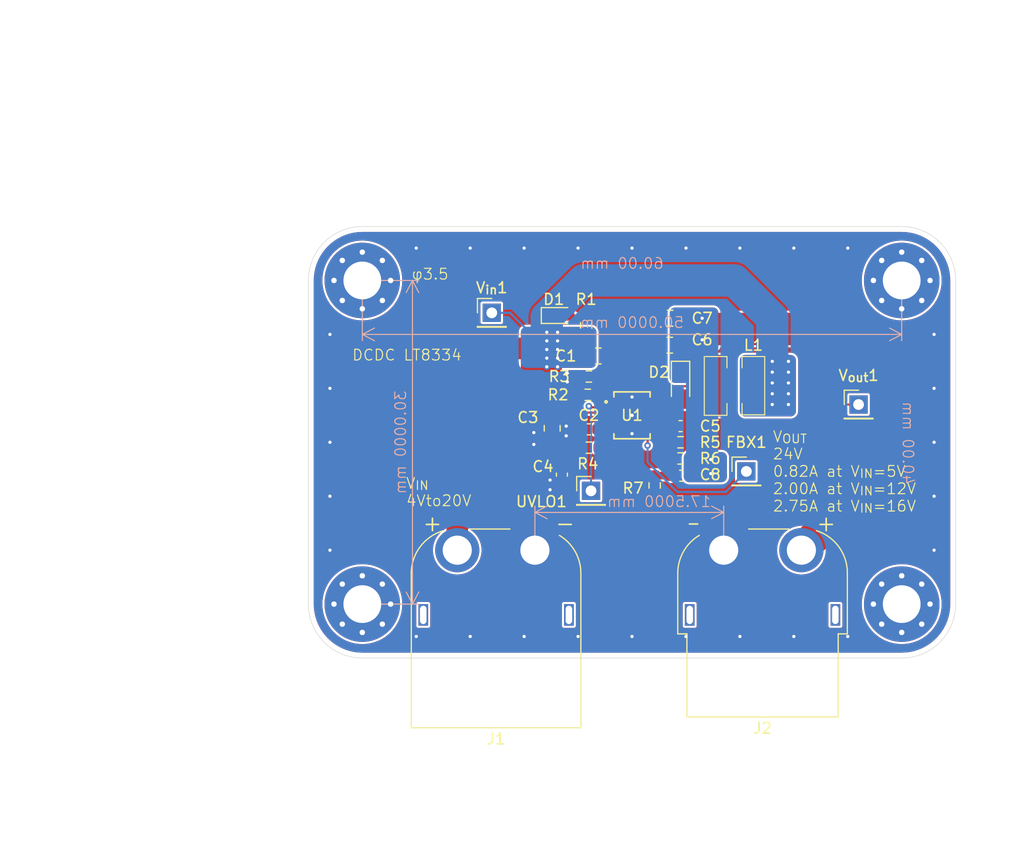
<source format=kicad_pcb>
(kicad_pcb (version 20240108) (generator "pcbnew") (generator_version "8.0")
  (layers (0 "F.Cu" signal) (31 "B.Cu" signal) (34 "B.Paste" user) (35 "F.Paste" user) (36 "B.SilkS" user "B.Silkscreen") (37 "F.SilkS" user "F.Silkscreen") (38 "B.Mask" user) (39 "F.Mask" user) (44 "Edge.Cuts" user))
  (net 0 "")
  (net 1 "Net-(D2-A)")
  (net 2 "Net-(D2-K)")
  (net 3 "GNDPWR")
  (net 4 "Net-(U1-SS)")
  (net 6 "Net-(U1-VC)")
  (net 7 "Net-(U1-RT)")
  (net 8 "Net-(U1-FBX)")
  (net 9 "Net-(U1-INTVCC)")
  (net 10 "Net-(D1-A)")
  (net 11 "Net-(C4-Pad1)")
  (net 12 "Net-(U1-EN{slash}UVLO)")
  (net 13 "Net-(J1-Pin_2)")
  (footprint "MountingHole:MountingHole_3.5mm_Pad_Via" (layer "F.Cu") (at 155 105)
    (property "Reference" "REF**" (hide yes))
    (property "Value" "MountingHole_3.5mm_Pad_Via")
    (pad "1" thru_hole circle (at -2.625 0) (size 0.8 0.8) (drill 0.5) (layers "*.Cu" "*.Mask"))
    (pad "1" thru_hole circle (at -1.856155 -1.856155) (size 0.8 0.8) (drill 0.5) (layers "*.Cu" "*.Mask"))
    (pad "1" thru_hole circle (at -1.856155 1.856155) (size 0.8 0.8) (drill 0.5) (layers "*.Cu" "*.Mask"))
    (pad "1" thru_hole circle (at 0 -2.625) (size 0.8 0.8) (drill 0.5) (layers "*.Cu" "*.Mask"))
    (pad "1" thru_hole circle (at 0 0) (size 7 7) (drill 3.5) (layers "*.Cu" "*.Mask"))
    (pad "1" thru_hole circle (at 0 2.625) (size 0.8 0.8) (drill 0.5) (layers "*.Cu" "*.Mask"))
    (pad "1" thru_hole circle (at 1.856155 -1.856155) (size 0.8 0.8) (drill 0.5) (layers "*.Cu" "*.Mask"))
    (pad "1" thru_hole circle (at 1.856155 1.856155) (size 0.8 0.8) (drill 0.5) (layers "*.Cu" "*.Mask"))
    (pad "1" thru_hole circle (at 2.625 0) (size 0.8 0.8) (drill 0.5) (layers "*.Cu" "*.Mask"))
  )
  (footprint "MountingHole:MountingHole_3.5mm_Pad_Via" (layer "F.Cu") (at 105 105)
    (property "Reference" "REF**" (hide yes))
    (property "Value" "MountingHole_3.5mm_Pad_Via")
    (pad "1" thru_hole circle (at -2.625 0) (size 0.8 0.8) (drill 0.5) (layers "*.Cu" "*.Mask"))
    (pad "1" thru_hole circle (at -1.856155 -1.856155) (size 0.8 0.8) (drill 0.5) (layers "*.Cu" "*.Mask"))
    (pad "1" thru_hole circle (at -1.856155 1.856155) (size 0.8 0.8) (drill 0.5) (layers "*.Cu" "*.Mask"))
    (pad "1" thru_hole circle (at 0 -2.625) (size 0.8 0.8) (drill 0.5) (layers "*.Cu" "*.Mask"))
    (pad "1" thru_hole circle (at 0 0) (size 7 7) (drill 3.5) (layers "*.Cu" "*.Mask"))
    (pad "1" thru_hole circle (at 0 2.625) (size 0.8 0.8) (drill 0.5) (layers "*.Cu" "*.Mask"))
    (pad "1" thru_hole circle (at 1.856155 -1.856155) (size 0.8 0.8) (drill 0.5) (layers "*.Cu" "*.Mask"))
    (pad "1" thru_hole circle (at 1.856155 1.856155) (size 0.8 0.8) (drill 0.5) (layers "*.Cu" "*.Mask"))
    (pad "1" thru_hole circle (at 2.625 0) (size 0.8 0.8) (drill 0.5) (layers "*.Cu" "*.Mask"))
  )
  (footprint "Resistor_SMD:R_0603_1608Metric_Pad0.98x0.95mm_HandSolder" (layer "F.Cu") (at 134.5 120)
    (property "Reference" "R5" (at 2.75 0 0) (layer "F.SilkS"))
    (property "Value" "20k")
    (fp_line (start -0.254724 -0.5225) (end 0.254724 -0.5225) (stroke (width 0.12)) (layer "F.SilkS"))
    (fp_line (start -0.254724 0.5225) (end 0.254724 0.5225) (stroke (width 0.12)) (layer "F.SilkS"))
    (pad "1" smd roundrect (at -0.9125 0) (size 0.975 0.95) (layers "F.Cu" "F.Paste" "F.Mask") (net 7 "Net-(U1-RT)"))
    (pad "2" smd roundrect (at 0.9125 0) (size 0.975 0.95) (layers "F.Cu" "F.Paste" "F.Mask") (net 3 "GNDPWR"))
  )
  (footprint "Capacitor_SMD:C_0603_1608Metric_Pad1.08x0.95mm_HandSolder" (layer "F.Cu") (at 123.5 123 -90)
    (property "Reference" "C4" (at -0.75 1.75 0) (layer "F.SilkS"))
    (property "Value" "1000p")
    (fp_line (start -0.146267 0.51) (end 0.146267 0.51) (stroke (width 0.12)) (layer "F.SilkS"))
    (fp_line (start -0.146267 -0.51) (end 0.146267 -0.51) (stroke (width 0.12)) (layer "F.SilkS"))
    (pad "1" smd roundrect (at -0.8625 0 270) (size 1.075 0.95) (layers "F.Cu" "F.Paste" "F.Mask") (net 11 "Net-(C4-Pad1)"))
    (pad "2" smd roundrect (at 0.8625 0 270) (size 1.075 0.95) (layers "F.Cu" "F.Paste" "F.Mask") (net 3 "GNDPWR"))
  )
  (footprint "Capacitor_SMD:C_0805_2012Metric_Pad1.18x1.45mm_HandSolder" (layer "F.Cu") (at 122.6 118.7 -90)
    (property "Reference" "C3" (at -1 2.25 0) (layer "F.SilkS"))
    (property "Value" "10u")
    (fp_line (start -0.261252 0.735) (end 0.261252 0.735) (stroke (width 0.12)) (layer "F.SilkS"))
    (fp_line (start -0.261252 -0.735) (end 0.261252 -0.735) (stroke (width 0.12)) (layer "F.SilkS"))
    (pad "1" smd roundrect (at -1.0375 0 270) (size 1.175 1.45) (layers "F.Cu" "F.Paste" "F.Mask") (roundrect_rratio 0.212766) (net 13 "Net-(J1-Pin_2)"))
    (pad "2" smd roundrect (at 1.0375 0 270) (size 1.175 1.45) (layers "F.Cu" "F.Paste" "F.Mask") (roundrect_rratio 0.212766) (net 3 "GNDPWR"))
  )
  (footprint "Capacitor_SMD:C_0805_2012Metric_Pad1.18x1.45mm_HandSolder" (layer "F.Cu") (at 126.875 112)
    (property "Reference" "C1" (at -3 0 0) (layer "F.SilkS"))
    (property "Value" "10u")
    (fp_line (start -0.261252 -0.735) (end 0.261252 -0.735) (stroke (width 0.12)) (layer "F.SilkS"))
    (fp_line (start -0.261252 0.735) (end 0.261252 0.735) (stroke (width 0.12)) (layer "F.SilkS"))
    (pad "1" smd roundrect (at -1.0375 0) (size 1.175 1.45) (layers "F.Cu" "F.Paste" "F.Mask") (roundrect_rratio 0.212766) (net 13 "Net-(J1-Pin_2)"))
    (pad "2" smd roundrect (at 1.0375 0) (size 1.175 1.45) (layers "F.Cu" "F.Paste" "F.Mask") (roundrect_rratio 0.212766) (net 3 "GNDPWR"))
  )
  (footprint "Resistor_SMD:R_0603_1608Metric_Pad0.98x0.95mm_HandSolder" (layer "F.Cu") (at 126 113.9)
    (property "Reference" "R3" (at -2.75 0 0) (layer "F.SilkS"))
    (property "Value" "float")
    (fp_line (start -0.254724 -0.5225) (end 0.254724 -0.5225) (stroke (width 0.12)) (layer "F.SilkS"))
    (fp_line (start -0.254724 0.5225) (end 0.254724 0.5225) (stroke (width 0.12)) (layer "F.SilkS"))
    (pad "1" smd roundrect (at -0.9125 0) (size 0.975 0.95) (layers "F.Cu" "F.Paste" "F.Mask") (net 3 "GNDPWR"))
    (pad "2" smd roundrect (at 0.9125 0) (size 0.975 0.95) (layers "F.Cu" "F.Paste" "F.Mask") (net 12 "Net-(U1-EN{slash}UVLO)"))
  )
  (footprint "Connector_PinHeader_2.54mm:PinHeader_1x01_P2.54mm_Vertical" (layer "F.Cu") (at 151 116.5)
    (property "Reference" "V_{out}1" (at 0 -2.7 0) (layer "F.SilkS"))
    (property "Value" "V_{out}")
    (fp_line (start -1.33 -1.33) (end 0 -1.33) (stroke (width 0.12)) (layer "F.SilkS"))
    (fp_line (start -1.33 0) (end -1.33 -1.33) (stroke (width 0.12)) (layer "F.SilkS"))
    (fp_line (start -1.33 1.27) (end -1.33 1.33) (stroke (width 0.12)) (layer "F.SilkS"))
    (fp_line (start -1.33 1.27) (end 1.33 1.27) (stroke (width 0.12)) (layer "F.SilkS"))
    (fp_line (start -1.33 1.33) (end 1.33 1.33) (stroke (width 0.12)) (layer "F.SilkS"))
    (fp_line (start 1.33 1.27) (end 1.33 1.33) (stroke (width 0.12)) (layer "F.SilkS"))
    (pad "1" thru_hole rect (at 0 0) (size 1.7 1.7) (drill 1) (layers "*.Cu" "*.Mask") (net 2 "Net-(D2-K)"))
  )
  (footprint "MountingHole:MountingHole_3.5mm_Pad_Via" (layer "F.Cu") (at 155 135)
    (property "Reference" "REF**" (hide yes))
    (property "Value" "MountingHole_3.5mm_Pad_Via")
    (pad "1" thru_hole circle (at -2.625 0) (size 0.8 0.8) (drill 0.5) (layers "*.Cu" "*.Mask"))
    (pad "1" thru_hole circle (at -1.856155 -1.856155) (size 0.8 0.8) (drill 0.5) (layers "*.Cu" "*.Mask"))
    (pad "1" thru_hole circle (at -1.856155 1.856155) (size 0.8 0.8) (drill 0.5) (layers "*.Cu" "*.Mask"))
    (pad "1" thru_hole circle (at 0 -2.625) (size 0.8 0.8) (drill 0.5) (layers "*.Cu" "*.Mask"))
    (pad "1" thru_hole circle (at 0 0) (size 7 7) (drill 3.5) (layers "*.Cu" "*.Mask"))
    (pad "1" thru_hole circle (at 0 2.625) (size 0.8 0.8) (drill 0.5) (layers "*.Cu" "*.Mask"))
    (pad "1" thru_hole circle (at 1.856155 -1.856155) (size 0.8 0.8) (drill 0.5) (layers "*.Cu" "*.Mask"))
    (pad "1" thru_hole circle (at 1.856155 1.856155) (size 0.8 0.8) (drill 0.5) (layers "*.Cu" "*.Mask"))
    (pad "1" thru_hole circle (at 2.625 0) (size 0.8 0.8) (drill 0.5) (layers "*.Cu" "*.Mask"))
  )
  (footprint "Capacitor_SMD:C_0603_1608Metric_Pad1.08x0.95mm_HandSolder" (layer "F.Cu") (at 134.5625 123.1)
    (property "Reference" "C8" (at 2.6875 -0.1 0) (layer "F.SilkS"))
    (property "Value" "0.1u")
    (fp_line (start -0.146267 -0.51) (end 0.146267 -0.51) (stroke (width 0.12)) (layer "F.SilkS"))
    (fp_line (start -0.146267 0.51) (end 0.146267 0.51) (stroke (width 0.12)) (layer "F.SilkS"))
    (pad "1" smd roundrect (at -0.8625 0) (size 1.075 0.95) (layers "F.Cu" "F.Paste" "F.Mask") (net 8 "Net-(U1-FBX)"))
    (pad "2" smd roundrect (at 0.8625 0) (size 1.075 0.95) (layers "F.Cu" "F.Paste" "F.Mask") (net 2 "Net-(D2-K)"))
  )
  (footprint "Capacitor_SMD:C_0603_1608Metric_Pad1.08x0.95mm_HandSolder" (layer "F.Cu") (at 126 118.8 180)
    (property "Reference" "C2" (at 0 1.3 0) (layer "F.SilkS"))
    (property "Value" "1u")
    (fp_line (start -0.146267 0.51) (end 0.146267 0.51) (stroke (width 0.12)) (layer "F.SilkS"))
    (fp_line (start -0.146267 -0.51) (end 0.146267 -0.51) (stroke (width 0.12)) (layer "F.SilkS"))
    (pad "1" smd roundrect (at -0.8625 0 180) (size 1.075 0.95) (layers "F.Cu" "F.Paste" "F.Mask") (net 9 "Net-(U1-INTVCC)"))
    (pad "2" smd roundrect (at 0.8625 0 180) (size 1.075 0.95) (layers "F.Cu" "F.Paste" "F.Mask") (net 3 "GNDPWR"))
  )
  (footprint "Diode_SMD:D_SOD-323_HandSoldering" (layer "F.Cu") (at 134.5 114.5 -90)
    (property "Reference" "D2" (at -1 2 0) (layer "F.SilkS"))
    (property "Value" "CUHS20F60")
    (fp_line (start -2.01 0.85) (end 1.25 0.85) (stroke (width 0.12)) (layer "F.SilkS"))
    (fp_line (start -2.01 -0.85) (end -2.01 0.85) (stroke (width 0.12)) (layer "F.SilkS"))
    (fp_line (start -2.01 -0.85) (end 1.25 -0.85) (stroke (width 0.12)) (layer "F.SilkS"))
    (pad "1" smd roundrect (at -1.25 0 270) (size 1 1) (layers "F.Cu" "F.Paste" "F.Mask") (net 2 "Net-(D2-K)"))
    (pad "2" smd roundrect (at 1.25 0 270) (size 1 1) (layers "F.Cu" "F.Paste" "F.Mask") (net 1 "Net-(D2-A)"))
  )
  (footprint "Capacitor_SMD:C_0805_2012Metric_Pad1.18x1.45mm_HandSolder" (layer "F.Cu") (at 133.5 111 180)
    (property "Reference" "C6" (at -3 0.5 0) (layer "F.SilkS"))
    (property "Value" "10u")
    (fp_line (start -0.261252 0.735) (end 0.261252 0.735) (stroke (width 0.12)) (layer "F.SilkS"))
    (fp_line (start -0.261252 -0.735) (end 0.261252 -0.735) (stroke (width 0.12)) (layer "F.SilkS"))
    (pad "1" smd roundrect (at -1.0375 0 180) (size 1.175 1.45) (layers "F.Cu" "F.Paste" "F.Mask") (roundrect_rratio 0.212766) (net 2 "Net-(D2-K)"))
    (pad "2" smd roundrect (at 1.0375 0 180) (size 1.175 1.45) (layers "F.Cu" "F.Paste" "F.Mask") (roundrect_rratio 0.212766) (net 3 "GNDPWR"))
  )
  (footprint "Connector_AMASS:AMASS_XT60PW-F_1x02_P7.20mm_Horizontal" (layer "F.Cu") (at 138.5 130 180)
    (property "Reference" "J2" (at -3.6 -16.5 0) (layer "F.SilkS"))
    (property "Value" "OUTPUT24V")
    (fp_line (start 4.26 -7.76) (end 4.26 -2.15) (stroke (width 0.12)) (layer "F.SilkS"))
    (fp_line (start 3.41 -7.76) (end 4.26 -7.76) (stroke (width 0.12)) (layer "F.SilkS"))
    (fp_line (start 3.41 -15.46) (end 3.41 -7.76) (stroke (width 0.12)) (layer "F.SilkS"))
    (fp_line (start -6.05 1.96) (end -2.31 1.96) (stroke (width 0.12)) (layer "F.SilkS"))
    (fp_line (start -10.61 -15.46) (end 3.41 -15.46) (stroke (width 0.12)) (layer "F.SilkS"))
    (fp_line (start -10.61 -15.46) (end -10.61 -7.76) (stroke (width 0.12)) (layer "F.SilkS"))
    (fp_line (start -11.46 -7.76) (end -10.61 -7.76) (stroke (width 0.12)) (layer "F.SilkS"))
    (fp_line (start -11.46 -7.76) (end -11.46 -2.15) (stroke (width 0.12)) (layer "F.SilkS"))
    (fp_arc (start 4.26 -2.15) (mid 3.727162 -0.126139) (end 2.266806 1.372958) (stroke (width 0.12)) (layer "F.SilkS"))
    (fp_arc (start -8.5899 1.808718) (mid -10.677645 0.302568) (end -11.46 -2.15) (stroke (width 0.12)) (layer "F.SilkS"))
    (fp_text user "-" (at 2.8 2.5 0) (layer "F.SilkS"))
    (fp_text user "+" (at -9.5 2.5 0) (layer "F.SilkS") (effects (font (size 1.5 1.5))))
    (pad "" thru_hole rect (at -10.35 -6 180) (size 0.9 2) (drill oval 0.6 1.7) (layers "*.Cu" "*.Mask"))
    (pad "" thru_hole rect (at 3.15 -6 180) (size 0.9 2) (drill oval 0.6 1.7) (layers "*.Cu" "*.Mask"))
    (pad "1" thru_hole roundrect (at 0 0 180) (size 4.1 4.1) (drill 2.7) (layers "*.Cu" "*.Mask") (net 3 "GNDPWR"))
    (pad "2" thru_hole circle (at -7.2 0 180) (size 4.1 4.1) (drill 2.7) (layers "*.Cu" "*.Mask") (net 2 "Net-(D2-K)"))
  )
  (footprint "Resistor_SMD:R_0603_1608Metric_Pad0.98x0.95mm_HandSolder" (layer "F.Cu") (at 134.5 121.5 180)
    (property "Reference" "R6" (at -2.75 0 0) (layer "F.SilkS"))
    (property "Value" "1m")
    (fp_line (start -0.254724 0.5225) (end 0.254724 0.5225) (stroke (width 0.12)) (layer "F.SilkS"))
    (fp_line (start -0.254724 -0.5225) (end 0.254724 -0.5225) (stroke (width 0.12)) (layer "F.SilkS"))
    (pad "1" smd roundrect (at -0.9125 0 180) (size 0.975 0.95) (layers "F.Cu" "F.Paste" "F.Mask") (net 2 "Net-(D2-K)"))
    (pad "2" smd roundrect (at 0.9125 0 180) (size 0.975 0.95) (layers "F.Cu" "F.Paste" "F.Mask") (net 8 "Net-(U1-FBX)"))
  )
  (footprint "Library:Inductor-wurth" (layer "F.Cu") (at 139.5 114.75 -90)
    (property "Reference" "L1" (hide yes))
    (property "Value" "2.2u")
    (fp_line (start -2.7 2.8) (end 2.75 2.8) (stroke (width 0.1)) (layer "F.SilkS"))
    (fp_line (start 2.75 2.8) (end 2.75 0.75) (stroke (width 0.1)) (layer "F.SilkS"))
    (fp_line (start -2.7 0.7) (end -2.7 2.7) (stroke (width 0.1)) (layer "F.SilkS"))
    (fp_line (start -2.7 0.7) (end -1.65 0.7) (stroke (width 0.1)) (layer "F.SilkS"))
    (fp_line (start 2.75 0.7) (end 1.65 0.7) (stroke (width 0.1)) (layer "F.SilkS"))
    (fp_line (start -2.7 -0.7) (end -1.65 -0.7) (stroke (width 0.1)) (layer "F.SilkS"))
    (fp_line (start 2.7 -0.7) (end 1.65 -0.7) (stroke (width 0.1)) (layer "F.SilkS"))
    (fp_line (start 2.7 -0.7) (end 2.7 -2.8) (stroke (width 0.1)) (layer "F.SilkS"))
    (fp_line (start -2.7 -2.75) (end -2.7 -0.7) (stroke (width 0.1)) (layer "F.SilkS"))
    (fp_line (start 2.7 -2.8) (end -2.7 -2.8) (stroke (width 0.1)) (layer "F.SilkS"))
    (fp_text user "${REFERENCE}" (at -3.75 -1.75 0) (layer "F.SilkS"))
    (pad "1" smd roundrect (at 0.00175 -1.75 270) (size 5.3 2) (layers "F.Cu" "F.Paste" "F.Mask") (roundrect_rratio 0.125) (net 13 "Net-(J1-Pin_2)"))
    (pad "2" smd roundrect (at 0 1.75 270) (size 5.3 2) (layers "F.Cu" "F.Paste" "F.Mask") (net 1 "Net-(D2-A)"))
  )
  (footprint "MountingHole:MountingHole_3.5mm_Pad_Via" (layer "F.Cu") (at 105 135)
    (property "Reference" "REF**" (hide yes))
    (property "Value" "MountingHole_3.5mm_Pad_Via")
    (pad "1" thru_hole circle (at -2.625 0) (size 0.8 0.8) (drill 0.5) (layers "*.Cu" "*.Mask"))
    (pad "1" thru_hole circle (at -1.856155 -1.856155) (size 0.8 0.8) (drill 0.5) (layers "*.Cu" "*.Mask"))
    (pad "1" thru_hole circle (at -1.856155 1.856155) (size 0.8 0.8) (drill 0.5) (layers "*.Cu" "*.Mask"))
    (pad "1" thru_hole circle (at 0 -2.625) (size 0.8 0.8) (drill 0.5) (layers "*.Cu" "*.Mask"))
    (pad "1" thru_hole circle (at 0 0) (size 7 7) (drill 3.5) (layers "*.Cu" "*.Mask"))
    (pad "1" thru_hole circle (at 0 2.625) (size 0.8 0.8) (drill 0.5) (layers "*.Cu" "*.Mask"))
    (pad "1" thru_hole circle (at 1.856155 -1.856155) (size 0.8 0.8) (drill 0.5) (layers "*.Cu" "*.Mask"))
    (pad "1" thru_hole circle (at 1.856155 1.856155) (size 0.8 0.8) (drill 0.5) (layers "*.Cu" "*.Mask"))
    (pad "1" thru_hole circle (at 2.625 0) (size 0.8 0.8) (drill 0.5) (layers "*.Cu" "*.Mask"))
  )
  (footprint "LED_SMD:LED_0603_1608Metric_Pad1.05x0.95mm_HandSolder" (layer "F.Cu") (at 123.25 108.25)
    (property "Reference" "D1" (at -0.5 -1.5 0) (layer "F.SilkS"))
    (property "Value" "LED")
    (fp_line (start -1.66 -0.735) (end -1.66 0.735) (stroke (width 0.12)) (layer "F.SilkS"))
    (fp_line (start -1.66 0.735) (end 0.8 0.735) (stroke (width 0.12)) (layer "F.SilkS"))
    (fp_line (start 0.8 -0.735) (end -1.66 -0.735) (stroke (width 0.12)) (layer "F.SilkS"))
    (pad "1" smd roundrect (at -0.875 0) (size 1.05 0.95) (layers "F.Cu" "F.Paste" "F.Mask") (net 3 "GNDPWR"))
    (pad "2" smd roundrect (at 0.875 0) (size 1.05 0.95) (layers "F.Cu" "F.Paste" "F.Mask") (net 10 "Net-(D1-A)"))
  )
  (footprint "Resistor_SMD:R_0603_1608Metric_Pad0.98x0.95mm_HandSolder" (layer "F.Cu") (at 125.9 115.6 180)
    (property "Reference" "R2" (at 2.75 0 0) (layer "F.SilkS"))
    (property "Value" "1Meg")
    (fp_line (start -0.254724 0.5225) (end 0.254724 0.5225) (stroke (width 0.12)) (layer "F.SilkS"))
    (fp_line (start -0.254724 -0.5225) (end 0.254724 -0.5225) (stroke (width 0.12)) (layer "F.SilkS"))
    (pad "1" smd roundrect (at -0.9125 0 180) (size 0.975 0.95) (layers "F.Cu" "F.Paste" "F.Mask") (net 12 "Net-(U1-EN{slash}UVLO)"))
    (pad "2" smd roundrect (at 0.9125 0 180) (size 0.975 0.95) (layers "F.Cu" "F.Paste" "F.Mask") (net 13 "Net-(J1-Pin_2)"))
  )
  (footprint "Connector_PinHeader_2.54mm:PinHeader_1x01_P2.54mm_Vertical" (layer "F.Cu") (at 117 108)
    (property "Reference" "V_{in}1" (at 0 -2.33 0) (layer "F.SilkS"))
    (property "Value" "V_{in}")
    (fp_line (start -1.33 -1.33) (end 0 -1.33) (stroke (width 0.12)) (layer "F.SilkS"))
    (fp_line (start -1.33 0) (end -1.33 -1.33) (stroke (width 0.12)) (layer "F.SilkS"))
    (fp_line (start -1.33 1.27) (end -1.33 1.33) (stroke (width 0.12)) (layer "F.SilkS"))
    (fp_line (start -1.33 1.27) (end 1.33 1.27) (stroke (width 0.12)) (layer "F.SilkS"))
    (fp_line (start -1.33 1.33) (end 1.33 1.33) (stroke (width 0.12)) (layer "F.SilkS"))
    (fp_line (start 1.33 1.27) (end 1.33 1.33) (stroke (width 0.12)) (layer "F.SilkS"))
    (pad "1" thru_hole rect (at 0 0) (size 1.7 1.7) (drill 1) (layers "*.Cu" "*.Mask") (net 13 "Net-(J1-Pin_2)"))
  )
  (footprint "Capacitor_SMD:C_0805_2012Metric_Pad1.18x1.45mm_HandSolder" (layer "F.Cu") (at 133.5375 108.5 180)
    (property "Reference" "C7" (at -2.9625 0 0) (layer "F.SilkS"))
    (property "Value" "10u")
    (fp_line (start -0.261252 0.735) (end 0.261252 0.735) (stroke (width 0.12)) (layer "F.SilkS"))
    (fp_line (start -0.261252 -0.735) (end 0.261252 -0.735) (stroke (width 0.12)) (layer "F.SilkS"))
    (pad "1" smd roundrect (at -1.0375 0 180) (size 1.175 1.45) (layers "F.Cu" "F.Paste" "F.Mask") (roundrect_rratio 0.212766) (net 2 "Net-(D2-K)"))
    (pad "2" smd roundrect (at 1.0375 0 180) (size 1.175 1.45) (layers "F.Cu" "F.Paste" "F.Mask") (roundrect_rratio 0.212766) (net 3 "GNDPWR"))
  )
  (footprint "Capacitor_SMD:C_0603_1608Metric_Pad1.08x0.95mm_HandSolder" (layer "F.Cu") (at 134.5 118.5)
    (property "Reference" "C5" (at 2.75 0 0) (layer "F.SilkS"))
    (property "Value" "0.1u")
    (fp_line (start -0.146267 -0.51) (end 0.146267 -0.51) (stroke (width 0.12)) (layer "F.SilkS"))
    (fp_line (start -0.146267 0.51) (end 0.146267 0.51) (stroke (width 0.12)) (layer "F.SilkS"))
    (pad "1" smd roundrect (at -0.8625 0) (size 1.075 0.95) (layers "F.Cu" "F.Paste" "F.Mask") (net 4 "Net-(U1-SS)"))
    (pad "2" smd roundrect (at 0.8625 0) (size 1.075 0.95) (layers "F.Cu" "F.Paste" "F.Mask") (net 3 "GNDPWR"))
  )
  (footprint "Resistor_SMD:R_0603_1608Metric_Pad0.98x0.95mm_HandSolder" (layer "F.Cu") (at 125.75 109.1625 -90)
    (property "Reference" "R1" (at -2.4125 0 0) (layer "F.SilkS"))
    (property "Value" "R")
    (fp_line (start -0.254724 0.5225) (end 0.254724 0.5225) (stroke (width 0.12)) (layer "F.SilkS"))
    (fp_line (start -0.254724 -0.5225) (end 0.254724 -0.5225) (stroke (width 0.12)) (layer "F.SilkS"))
    (pad "1" smd roundrect (at -0.9125 0 270) (size 0.975 0.95) (layers "F.Cu" "F.Paste" "F.Mask") (net 10 "Net-(D1-A)"))
    (pad "2" smd roundrect (at 0.9125 0 270) (size 0.975 0.95) (layers "F.Cu" "F.Paste" "F.Mask") (net 13 "Net-(J1-Pin_2)"))
  )
  (footprint "Resistor_SMD:R_0603_1608Metric_Pad0.98x0.95mm_HandSolder" (layer "F.Cu") (at 132.1 124 -90)
    (property "Reference" "R7" (at 0.25 2 0) (layer "F.SilkS"))
    (property "Value" "71.5k")
    (fp_line (start -0.254724 0.5225) (end 0.254724 0.5225) (stroke (width 0.12)) (layer "F.SilkS"))
    (fp_line (start -0.254724 -0.5225) (end 0.254724 -0.5225) (stroke (width 0.12)) (layer "F.SilkS"))
    (pad "1" smd roundrect (at -0.9125 0 270) (size 0.975 0.95) (layers "F.Cu" "F.Paste" "F.Mask") (net 8 "Net-(U1-FBX)"))
    (pad "2" smd roundrect (at 0.9125 0 270) (size 0.975 0.95) (layers "F.Cu" "F.Paste" "F.Mask") (net 3 "GNDPWR"))
  )
  (footprint "Resistor_SMD:R_0603_1608Metric_Pad0.98x0.95mm_HandSolder" (layer "F.Cu") (at 126 120.5 180)
    (property "Reference" "R4" (at 0.1 -1.5 0) (layer "F.SilkS"))
    (property "Value" "39k")
    (fp_line (start -0.254724 0.5225) (end 0.254724 0.5225) (stroke (width 0.12)) (layer "F.SilkS"))
    (fp_line (start -0.254724 -0.5225) (end 0.254724 -0.5225) (stroke (width 0.12)) (layer "F.SilkS"))
    (pad "1" smd roundrect (at -0.9125 0 180) (size 0.975 0.95) (layers "F.Cu" "F.Paste" "F.Mask") (net 6 "Net-(U1-VC)"))
    (pad "2" smd roundrect (at 0.9125 0 180) (size 0.975 0.95) (layers "F.Cu" "F.Paste" "F.Mask") (net 11 "Net-(C4-Pad1)"))
  )
  (footprint "LT8334:05-08-1695_ADI" (layer "F.Cu") (at 130 117.5)
    (property "Reference" "U1" (at 0 0 0) (layer "F.SilkS"))
    (property "Value" "LT8334RDE-TRPBF")
    (fp_line (start -1.6764 -2.1717) (end -1.6764 -1.70974) (stroke (width 0.1524)) (layer "F.SilkS"))
    (fp_line (start -1.6764 1.70974) (end -1.6764 2.1717) (stroke (width 0.1524)) (layer "F.SilkS"))
    (fp_line (start -1.6764 2.1717) (end 1.6764 2.1717) (stroke (width 0.1524)) (layer "F.SilkS"))
    (fp_line (start 1.6764 -2.1717) (end -1.6764 -2.1717) (stroke (width 0.1524)) (layer "F.SilkS"))
    (fp_line (start 1.6764 -1.70974) (end 1.6764 -2.1717) (stroke (width 0.1524)) (layer "F.SilkS"))
    (fp_line (start 1.6764 2.1717) (end 1.6764 1.70974) (stroke (width 0.1524)) (layer "F.SilkS"))
    (fp_circle (center -2.405 -1.25) (end -2.3034 -1.25) (stroke (width 0.1524)) (fill none) (layer "F.SilkS"))
    (pad "1" smd rect (at -1.4478 -1.25) (size 0.8128 0.254) (layers "F.Cu" "F.Paste" "F.Mask"))
    (pad "2" smd rect (at -1.4478 -0.750001) (size 0.8128 0.254) (layers "F.Cu" "F.Paste" "F.Mask") (net 12 "Net-(U1-EN{slash}UVLO)"))
    (pad "3" smd rect (at -1.4478 -0.25) (size 0.8128 0.254) (layers "F.Cu" "F.Paste" "F.Mask") (net 13 "Net-(J1-Pin_2)"))
    (pad "4" smd rect (at -1.4478 0.25) (size 0.8128 0.254) (layers "F.Cu" "F.Paste" "F.Mask") (net 9 "Net-(U1-INTVCC)"))
    (pad "5" smd rect (at -1.4478 0.750001) (size 0.8128 0.254) (layers "F.Cu" "F.Paste" "F.Mask") (net 3 "GNDPWR"))
    (pad "6" smd rect (at -1.4478 1.25) (size 0.8128 0.254) (layers "F.Cu" "F.Paste" "F.Mask") (net 6 "Net-(U1-VC)"))
    (pad "7" smd rect (at 1.4478 1.25) (size 0.8128 0.254) (layers "F.Cu" "F.Paste" "F.Mask") (net 8 "Net-(U1-FBX)"))
    (pad "8" smd rect (at 1.4478 0.750001) (size 0.8128 0.254) (layers "F.Cu" "F.Paste" "F.Mask") (net 7 "Net-(U1-RT)"))
    (pad "9" smd rect (at 1.4478 0.25) (size 0.8128 0.254) (layers "F.Cu" "F.Paste" "F.Mask") (net 4 "Net-(U1-SS)"))
    (pad "10" smd rect (at 1.4478 -0.25) (size 0.8128 0.254) (layers "F.Cu" "F.Paste" "F.Mask") (net 3 "GNDPWR"))
    (pad "11" smd rect (at 1.4478 -0.750001) (size 0.8128 0.254) (layers "F.Cu" "F.Paste" "F.Mask") (net 1 "Net-(D2-A)"))
    (pad "12" smd rect (at 1.4478 -1.25) (size 0.8128 0.254) (layers "F.Cu" "F.Paste" "F.Mask") (net 1 "Net-(D2-A)"))
    (pad "13" smd rect (at 0 0) (size 1.7526 3.3528) (layers "F.Cu" "F.Paste" "F.Mask") (net 3 "GNDPWR"))
  )
  (footprint "Connector_AMASS:AMASS_XT60PW-M_1x02_P7.20mm_Horizontal" (layer "F.Cu") (at 121 130 180)
    (property "Reference" "J1" (at 3.6 -17.5 0) (layer "F.SilkS"))
    (property "Value" "INPUT12V")
    (fp_line (start 11.46 -16.46) (end 11.46 -2.15) (stroke (width 0.12)) (layer "F.SilkS"))
    (fp_line (start 2.31 1.96) (end 6.05 1.96) (stroke (width 0.12)) (layer "F.SilkS"))
    (fp_line (start -4.26 -16.46) (end 11.46 -16.46) (stroke (width 0.12)) (layer "F.SilkS"))
    (fp_line (start -4.26 -16.46) (end -4.26 -2.15) (stroke (width 0.12)) (layer "F.SilkS"))
    (fp_arc (start 11.46 -2.15) (mid 10.653852 0.294722) (end 8.551648 1.780413) (stroke (width 0.12)) (layer "F.SilkS"))
    (fp_arc (start -2.266806 1.372958) (mid -3.727162 -0.126139) (end -4.26 -2.15) (stroke (width 0.12)) (layer "F.SilkS"))
    (fp_text user "-" (at -2.8 2.5 0) (layer "F.SilkS") (effects (font (size 1.5 1.5))))
    (fp_text user "+" (at 9.5 2.5 0) (layer "F.SilkS") (effects (font (size 1.5 1.5))))
    (pad "" thru_hole rect (at -3.15 -6 180) (size 0.9 2) (drill oval 0.6 1.7) (layers "*.Cu" "*.Mask"))
    (pad "" thru_hole rect (at 10.35 -6 180) (size 0.9 2) (drill oval 0.6 1.7) (layers "*.Cu" "*.Mask"))
    (pad "1" thru_hole roundrect (at 0 0 180) (size 4.1 4.1) (drill 2.7) (layers "*.Cu" "*.Mask") (net 3 "GNDPWR"))
    (pad "2" thru_hole circle (at 7.2 0 180) (size 4.1 4.1) (drill 2.7) (layers "*.Cu" "*.Mask") (net 13 "Net-(J1-Pin_2)"))
  )
  (footprint "Connector_PinHeader_2.54mm:PinHeader_1x01_P2.54mm_Vertical" (layer "F.Cu") (at 126.2 124.5)
    (property "Reference" "UVLO1" (at -4.6 1 0) (layer "F.SilkS"))
    (property "Value" "UVLO")
    (fp_line (start -1.33 -1.33) (end 0 -1.33) (stroke (width 0.12)) (layer "F.SilkS"))
    (fp_line (start -1.33 0) (end -1.33 -1.33) (stroke (width 0.12)) (layer "F.SilkS"))
    (fp_line (start -1.33 1.27) (end -1.33 1.33) (stroke (width 0.12)) (layer "F.SilkS"))
    (fp_line (start -1.33 1.27) (end 1.33 1.27) (stroke (width 0.12)) (layer "F.SilkS"))
    (fp_line (start -1.33 1.33) (end 1.33 1.33) (stroke (width 0.12)) (layer "F.SilkS"))
    (fp_line (start 1.33 1.27) (end 1.33 1.33) (stroke (width 0.12)) (layer "F.SilkS"))
    (pad "1" thru_hole rect (at 0 0) (size 1.7 1.7) (drill 1) (layers "*.Cu" "*.Mask") (net 12 "Net-(U1-EN{slash}UVLO)"))
  )
  (footprint "Connector_PinHeader_2.54mm:PinHeader_1x01_P2.54mm_Vertical" (layer "F.Cu") (at 140.6 122.7)
    (property "Reference" "FBX1" (at 0 -2.7 0) (layer "F.SilkS"))
    (property "Value" "FBX")
    (fp_line (start -1.33 -1.33) (end 0 -1.33) (stroke (width 0.12)) (layer "F.SilkS"))
    (fp_line (start -1.33 0) (end -1.33 -1.33) (stroke (width 0.12)) (layer "F.SilkS"))
    (fp_line (start -1.33 1.27) (end -1.33 1.33) (stroke (width 0.12)) (layer "F.SilkS"))
    (fp_line (start -1.33 1.27) (end 1.33 1.27) (stroke (width 0.12)) (layer "F.SilkS"))
    (fp_line (start -1.33 1.33) (end 1.33 1.33) (stroke (width 0.12)) (layer "F.SilkS"))
    (fp_line (start 1.33 1.27) (end 1.33 1.33) (stroke (width 0.12)) (layer "F.SilkS"))
    (pad "1" thru_hole rect (at 0 0) (size 1.7 1.7) (drill 1) (layers "*.Cu" "*.Mask") (net 8 "Net-(U1-FBX)"))
  )
  (gr_arc (start 155 100) (mid 158.535534 101.464466) (end 160 105) (stroke (width 0.05)) (layer "Edge.Cuts"))
  (gr_line (start 160 135) (end 160 105) (stroke (width 0.05)) (layer "Edge.Cuts"))
  (gr_line (start 155 100) (end 105 100) (stroke (width 0.05)) (layer "Edge.Cuts"))
  (gr_arc (start 160 135) (mid 158.535534 138.535534) (end 155 140) (stroke (width 0.05)) (layer "Edge.Cuts"))
  (gr_line (start 105 140) (end 155 140) (stroke (width 0.05)) (layer "Edge.Cuts"))
  (gr_arc (start 100 105) (mid 101.464466 101.464466) (end 105 100) (stroke (width 0.05)) (layer "Edge.Cuts"))
  (gr_line (start 100 105) (end 100 135) (stroke (width 0.05)) (layer "Edge.Cuts"))
  (gr_arc (start 105 140) (mid 101.464466 138.535534) (end 100 135) (stroke (width 0.05)) (layer "Edge.Cuts"))
  (gr_text "40.00 mm" (at 155 124 -90) (layer "B.SilkS") (effects (font (size 1 1) (thickness 0.1)) (justify left bottom mirror)))
  (gr_text "60.00 mm" (at 133 104 0) (layer "B.SilkS") (effects (font (size 1 1) (thickness 0.1)) (justify left bottom mirror)))
  (gr_text "φ3.5" (at 109.5 105 0) (layer "F.SilkS") (effects (font (size 1 1) (thickness 0.1)) (justify left bottom)))
  (gr_text "DCDC LT8334" (at 104 112.5 0) (layer "F.SilkS") (effects (font (size 1 1) (thickness 0.1)) (justify left bottom)))
  (gr_text "V_{IN}\n4Vto20V" (at 109 126 0) (layer "F.SilkS") (effects (font (size 1 1) (thickness 0.1)) (justify left bottom)))
  (gr_text "V_{OUT}\n24V\n0.82A at V_{IN}=5V\n2.00A at V_{IN}=12V\n2.75A at V_{IN}=16V" (at 143 126.5 0) (layer "F.SilkS") (effects (font (size 1 1) (thickness 0.1)) (justify left bottom)))
  (dimension (type aligned) (layer "B.SilkS") (pts (xy 105 105) (xy 105 135)) (height -4.65) (gr_text "30.0000 mm" (at 108.55 120 90) (layer "B.SilkS") (effects (font (size 1 1) (thickness 0.1)) (justify mirror))) (format (prefix "") (suffix "") (units 3) (units_format 1) (precision 4)) (style (thickness 0.1) (arrow_length 1.27) (text_position_mode 0) (extension_height 0.58642) (extension_offset 0.5) keep_text_aligned))
  (dimension (type aligned) (layer "B.SilkS") (pts (xy 155 105) (xy 105 105)) (height -5) (gr_text "50.0000 mm" (at 130 108.9 0) (layer "B.SilkS") (effects (font (size 1 1) (thickness 0.1)) (justify mirror))) (format (prefix "") (suffix "") (units 3) (units_format 1) (precision 4)) (style (thickness 0.1) (arrow_length 1.27) (text_position_mode 0) (extension_height 0.58642) (extension_offset 0.5) keep_text_aligned))
  (dimension (type aligned) (layer "B.SilkS") (pts (xy 121 130) (xy 138.5 130)) (height -3.5) (gr_text "17.5000 mm" (at 132.5 125.5 0) (layer "B.SilkS") (effects (font (size 1 1) (thickness 0.1)) (justify mirror))) (format (prefix "") (suffix "") (units 3) (units_format 1) (precision 4)) (style (thickness 0.1) (arrow_length 1.27) (text_position_mode 2) (extension_height 0.58642) (extension_offset 0.5) keep_text_aligned))
  (segment (start 148 111.5) (end 146 109.5) (width 3) (layer "F.Cu") (net 2))
  (segment (start 151 116.5) (end 148 116.5) (width 0.2) (layer "F.Cu") (net 2))
  (segment (start 148 116.5) (end 148 111.5) (width 3) (layer "F.Cu") (net 2))
  (segment (start 145.7 130) (end 148 127.7) (width 3) (layer "F.Cu") (net 2))
  (segment (start 146 109.5) (end 135.5 109.5) (width 3) (layer "F.Cu") (net 2))
  (segment (start 148 127.7) (end 148 116.5) (width 3) (layer "F.Cu") (net 2))
  (via (at 136.5 108.5) (size 0.6) (drill 0.3) (layers "F.Cu" "B.Cu") (net 2))
  (via (at 136.5 110.5) (size 0.6) (drill 0.3) (layers "F.Cu" "B.Cu") (net 2))
  (via (at 137.3 122.9) (size 0.6) (drill 0.3) (layers "F.Cu" "B.Cu") (net 2))
  (via (at 137.3 121.6) (size 0.6) (drill 0.3) (layers "F.Cu" "B.Cu") (net 2))
  (segment (start 136.5 110.5) (end 136.5 122) (width 3) (layer "B.Cu") (net 2))
  (via (at 123.9 118.5) (size 0.6) (drill 0.3) (layers "F.Cu" "B.Cu") (net 3))
  (via (at 115 102) (size 0.6) (drill 0.3) (layers "F.Cu" "B.Cu") (net 3))
  (via (at 102 110) (size 0.6) (drill 0.3) (layers "F.Cu" "B.Cu") (net 3))
  (via (at 130 117.5) (size 0.6) (drill 0.3) (layers "F.Cu" "B.Cu") (net 3))
  (via (at 124 114.4) (size 0.6) (drill 0.3) (layers "F.Cu" "B.Cu") (net 3))
  (via (at 130 119.2) (size 0.6) (drill 0.3) (layers "F.Cu" "B.Cu") (net 3))
  (via (at 158 125) (size 0.6) (drill 0.3) (layers "F.Cu" "B.Cu") (net 3))
  (via (at 150 102) (size 0.6) (drill 0.3) (layers "F.Cu" "B.Cu") (net 3))
  (via (at 125 102) (size 0.6) (drill 0.3) (layers "F.Cu" "B.Cu") (net 3))
  (via (at 120.9 120.2) (size 0.6) (drill 0.3) (layers "F.Cu" "B.Cu") (net 3))
  (via (at 130 117.5) (size 0.6) (drill 0.3) (layers "F.Cu" "B.Cu") (net 3))
  (via (at 124 113.6) (size 0.6) (drill 0.3) (layers "F.Cu" "B.Cu") (net 3))
  (via (at 102 130) (size 0.6) (drill 0.3) (layers "F.Cu" "B.Cu") (net 3))
  (via (at 120.9 119.1) (size 0.6) (drill 0.3) (layers "F.Cu" "B.Cu") (net 3))
  (via (at 122.4 123.5) (size 0.6) (drill 0.3) (layers "F.Cu" "B.Cu") (net 3))
  (via (at 140 138) (size 0.6) (drill 0.3) (layers "F.Cu" "B.Cu") (net 3))
  (via (at 110 138) (size 0.6) (drill 0.3) (layers "F.Cu" "B.Cu") (net 3))
  (via (at 123.9 119.4) (size 0.6) (drill 0.3) (layers "F.Cu" "B.Cu") (net 3))
  (via (at 102 125) (size 0.6) (drill 0.3) (layers "F.Cu" "B.Cu") (net 3))
  (via (at 145 138) (size 0.6) (drill 0.3) (layers "F.Cu" "B.Cu") (net 3))
  (via (at 158 115) (size 0.6) (drill 0.3) (layers "F.Cu" "B.Cu") (net 3))
  (via (at 115 138) (size 0.6) (drill 0.3) (layers "F.Cu" "B.Cu") (net 3))
  (via (at 102 115) (size 0.6) (drill 0.3) (layers "F.Cu" "B.Cu") (net 3))
  (via (at 120 138) (size 0.6) (drill 0.3) (layers "F.Cu" "B.Cu") (net 3))
  (via (at 135 102) (size 0.6) (drill 0.3) (layers "F.Cu" "B.Cu") (net 3))
  (via (at 130 115.8) (size 0.6) (drill 0.3) (layers "F.Cu" "B.Cu") (net 3))
  (via (at 140 102) (size 0.6) (drill 0.3) (layers "F.Cu" "B.Cu") (net 3))
  (via (at 158 120) (size 0.6) (drill 0.3) (layers "F.Cu" "B.Cu") (net 3))
  (via (at 102 120) (size 0.6) (drill 0.3) (layers "F.Cu" "B.Cu") (net 3))
  (via (at 150 138) (size 0.6) (drill 0.3) (layers "F.Cu" "B.Cu") (net 3))
  (via (at 130 102) (size 0.6) (drill 0.3) (layers "F.Cu" "B.Cu") (net 3))
  (via (at 158 130) (size 0.6) (drill 0.3) (layers "F.Cu" "B.Cu") (net 3))
  (via (at 120 102) (size 0.6) (drill 0.3) (layers "F.Cu" "B.Cu") (net 3))
  (via (at 122.4 124.4) (size 0.6) (drill 0.3) (layers "F.Cu" "B.Cu") (net 3))
  (via (at 110 102) (size 0.6) (drill 0.3) (layers "F.Cu" "B.Cu") (net 3))
  (via (at 125 138) (size 0.6) (drill 0.3) (layers "F.Cu" "B.Cu") (net 3))
  (via (at 145 102) (size 0.6) (drill 0.3) (layers "F.Cu" "B.Cu") (net 3))
  (via (at 135 138) (size 0.6) (drill 0.3) (layers "F.Cu" "B.Cu") (net 3))
  (via (at 130 138) (size 0.6) (drill 0.3) (layers "F.Cu" "B.Cu") (net 3))
  (via (at 130 117.5) (size 0.6) (drill 0.3) (layers "F.Cu" "B.Cu") (net 3))
  (via (at 158 110) (size 0.6) (drill 0.3) (layers "F.Cu" "B.Cu") (net 3))
  (segment (start 133.6375 118.5) (end 132.8875 117.75) (width 0.2) (layer "F.Cu") (net 4))
  (segment (start 132.8875 117.75) (end 131.4478 117.75) (width 0.2) (layer "F.Cu") (net 4))
  (segment (start 126.9125 120.3897) (end 126.9125 120.5) (width 0.2) (layer "F.Cu") (net 6))
  (segment (start 128.5522 118.75) (end 126.9125 120.3897) (width 0.2) (layer "F.Cu") (net 6))
  (segment (start 132.081201 118.250001) (end 133.5875 119.7563) (width 0.2) (layer "F.Cu") (net 7))
  (segment (start 131.4478 118.250001) (end 132.081201 118.250001) (width 0.2) (layer "F.Cu") (net 7))
  (segment (start 133.5875 119.7563) (end 133.5875 120) (width 0.2) (layer "F.Cu") (net 7))
  (segment (start 131.4478 119.3603) (end 131.4397 119.3522) (width 0.2) (layer "F.Cu") (net 8))
  (segment (start 131.4478 120.2919) (end 131.4478 119.3603) (width 0.2) (layer "F.Cu") (net 8))
  (segment (start 133.5875 121.5) (end 131.4478 119.3603) (width 0.2) (layer "F.Cu") (net 8))
  (segment (start 131.4397 119.2) (end 131.4397 118.7581) (width 0.2) (layer "F.Cu") (net 8))
  (segment (start 131.4397 120.3) (end 131.4478 120.2919) (width 0.2) (layer "F.Cu") (net 8))
  (segment (start 132.1 123.0875) (end 133.6875 123.0875) (width 0.7) (layer "F.Cu") (net 8))
  (segment (start 131.4397 119.3522) (end 131.4397 119.2) (width 0.2) (layer "F.Cu") (net 8))
  (segment (start 131.4397 118.7581) (end 131.4478 118.75) (width 0.2) (layer "F.Cu") (net 8))
  (segment (start 133.6875 123.0875) (end 133.7 123.1) (width 0.2) (layer "F.Cu") (net 8))
  (segment (start 133.7 121.6125) (end 133.5875 121.5) (width 0.2) (layer "F.Cu") (net 8))
  (segment (start 131.4397 119.2) (end 131.4397 120.3) (width 0.2) (layer "F.Cu") (net 8))
  (segment (start 133.7 123.1) (end 133.7 121.6125) (width 0.7) (layer "F.Cu") (net 8))
  (via (at 131.4397 120.3) (size 0.6) (drill 0.3) (layers "F.Cu" "B.Cu") (net 8))
  (segment (start 131.4397 121.8397) (end 134.2 124.6) (width 0.2) (layer "B.Cu") (net 8))
  (segment (start 134.2 124.6) (end 138.7 124.6) (width 0.2) (layer "B.Cu") (net 8))
  (segment (start 131.4397 120.3) (end 131.4397 121.8397) (width 0.2) (layer "B.Cu") (net 8))
  (segment (start 138.7 124.6) (end 140.6 122.7) (width 0.2) (layer "B.Cu") (net 8))
  (segment (start 128.5522 117.75) (end 127.9125 117.75) (width 0.2) (layer "F.Cu") (net 9))
  (segment (start 127.9125 117.75) (end 126.8625 118.8) (width 0.2) (layer "F.Cu") (net 9))
  (segment (start 125.75 108.25) (end 124.125 108.25) (width 0.2) (layer "F.Cu") (net 10))
  (segment (start 125.0875 120.5) (end 125.0875 120.55) (width 0.2) (layer "F.Cu") (net 11))
  (segment (start 125.0875 120.55) (end 123.5 122.1375) (width 0.5) (layer "F.Cu") (net 11))
  (segment (start 126.9125 116.3) (end 127.362499 116.749999) (width 0.2) (layer "F.Cu") (net 12))
  (segment (start 126 116.65) (end 126.099999 116.749999) (width 0.2) (layer "F.Cu") (net 12))
  (segment (start 127.362499 116.749999) (end 127.5 116.749999) (width 0.2) (layer "F.Cu") (net 12))
  (segment (start 127.5 116.749999) (end 128.5522 116.749999) (width 0.2) (layer "F.Cu") (net 12))
  (segment (start 126.099999 116.749999) (end 127.5 116.749999) (width 0.2) (layer "F.Cu") (net 12))
  (segment (start 126.9125 113.9) (end 126.9125 116.3) (width 0.2) (layer "F.Cu") (net 12))
  (via (at 126 116.65) (size 0.6) (drill 0.3) (layers "F.Cu" "B.Cu") (net 12))
  (segment (start 126.2 116.85) (end 126.2 124.5) (width 0.2) (layer "B.Cu") (net 12))
  (segment (start 126 116.65) (end 126.2 116.85) (width 0.2) (layer "B.Cu") (net 12))
  (segment (start 113.8 116) (end 118.5 111.3) (width 2) (layer "F.Cu") (net 13))
  (segment (start 128.5522 117.25) (end 123.4125 117.25) (width 0.2) (layer "F.Cu") (net 13))
  (segment (start 123.4125 117.25) (end 123 117.6625) (width 0.2) (layer "F.Cu") (net 13))
  (segment (start 113.6 130.2) (end 113.8 130) (width 2) (layer "F.Cu") (net 13))
  (segment (start 118.5 111.3) (end 122.6 111.3) (width 2) (layer "F.Cu") (net 13))
  (segment (start 113.8 130) (end 113.8 116) (width 2) (layer "F.Cu") (net 13))
  (via (at 143 113.5) (size 0.6) (drill 0.3) (layers "F.Cu" "B.Cu") (net 13))
  (via (at 123.1 113) (size 0.6) (drill 0.3) (layers "F.Cu" "B.Cu") (net 13))
  (via (at 123.1 112.2) (size 0.6) (drill 0.3) (layers "F.Cu" "B.Cu") (net 13))
  (via (at 144.5 113.5) (size 0.6) (drill 0.3) (layers "F.Cu" "B.Cu") (net 13))
  (via (at 122.1 109.8) (size 0.6) (drill 0.3) (layers "F.Cu" "B.Cu") (net 13))
  (via (at 144.5 116.5) (size 0.6) (drill 0.3) (layers "F.Cu" "B.Cu") (net 13))
  (via (at 123.1 109.8) (size 0.6) (drill 0.3) (layers "F.Cu" "B.Cu") (net 13))
  (via (at 144.5 112.5) (size 0.6) (drill 0.3) (layers "F.Cu" "B.Cu") (net 13))
  (via (at 144.5 115.5) (size 0.6) (drill 0.3) (layers "F.Cu" "B.Cu") (net 13))
  (via (at 143 114.5) (size 0.6) (drill 0.3) (layers "F.Cu" "B.Cu") (net 13))
  (via (at 122.1 112.2) (size 0.6) (drill 0.3) (layers "F.Cu" "B.Cu") (net 13))
  (via (at 143 115.5) (size 0.6) (drill 0.3) (layers "F.Cu" "B.Cu") (net 13))
  (via (at 122.1 110.6) (size 0.6) (drill 0.3) (layers "F.Cu" "B.Cu") (net 13))
  (via (at 122.1 111.4) (size 0.6) (drill 0.3) (layers "F.Cu" "B.Cu") (net 13))
  (via (at 143 112.5) (size 0.6) (drill 0.3) (layers "F.Cu" "B.Cu") (net 13))
  (via (at 122.1 113) (size 0.6) (drill 0.3) (layers "F.Cu" "B.Cu") (net 13))
  (via (at 143 116.5) (size 0.6) (drill 0.3) (layers "F.Cu" "B.Cu") (net 13))
  (via (at 144.5 114.5) (size 0.6) (drill 0.3) (layers "F.Cu" "B.Cu") (net 13))
  (via (at 123.1 111.4) (size 0.6) (drill 0.3) (layers "F.Cu" "B.Cu") (net 13))
  (via (at 123.1 110.6) (size 0.6) (drill 0.3) (layers "F.Cu" "B.Cu") (net 13))
  (segment (start 122.1 108.4) (end 122.1 111.4) (width 3) (layer "B.Cu") (net 13))
  (segment (start 125.5 105) (end 122.1 108.4) (width 3) (layer "B.Cu") (net 13))
  (segment (start 118.7 108) (end 122.1 111.4) (width 0.2) (layer "B.Cu") (net 13))
  (segment (start 117 108) (end 118.7 108) (width 0.2) (layer "B.Cu") (net 13))
  (segment (start 139.5 105) (end 125.5 105) (width 3) (layer "B.Cu") (net 13))
  (segment (start 143 114.5) (end 143 108.5) (width 3) (layer "B.Cu") (net 13))
  (segment (start 143 108.5) (end 139.5 105) (width 3) (layer "B.Cu") (net 13))
  (zone (net 13) (net_name "Net-(J1-Pin_2)") (layer "F.Cu") (priority 4) (connect_pads yes (clearance 0)) (min_thickness 0.1) (fill yes (thermal_gap 0.1) (thermal_bridge_width 0.1) (smoothing fillet) (radius 0.5))
    (polygon (pts (xy 119.7 109.3) (xy 119.7 118.4) (xy 123.5 118.4) (xy 123.5 109.3)))
  )
  (zone (net 13) (net_name "Net-(J1-Pin_2)") (layer "F.Cu") (priority 5) (connect_pads yes (clearance 0)) (min_thickness 0.1) (fill yes (thermal_gap 0.1) (thermal_bridge_width 0.1) (smoothing fillet) (radius 0.5))
    (polygon (pts (xy 125.6 115) (xy 122.8 115) (xy 122.8 116.2) (xy 125.6 116.2)))
  )
  (zone (net 1) (net_name "Net-(D2-A)") (layer "F.Cu") (priority 1) (connect_pads yes (clearance 0)) (min_thickness 0.1) (fill yes (thermal_gap 0.1) (thermal_bridge_width 0.1) (smoothing fillet) (radius 0.5))
    (polygon (pts (xy 131.1 116.9) (xy 136.3 116.9) (xy 136.3 117.6) (xy 139 117.6) (xy 139 111.9) (xy 136 111.9) (xy 136 115.1) (xy 133.4 115.1) (xy 131.1 115.1)))
  )
  (zone (net 0) (net_name "") (layer "F.Cu") (connect_pads yes (clearance 0)) (min_thickness 0.1)
    (keepout (tracks not_allowed) (vias not_allowed) (pads not_allowed) (copperpour not_allowed) (footprints allowed))
    (fill (thermal_gap 0.1) (thermal_bridge_width 0.1))
    (polygon (pts (xy 131 117) (xy 131 117.5) (xy 130.9 117.5) (xy 130.9 117)))
  )
  (zone (net 2) (net_name "Net-(D2-K)") (layers "F&B.Cu") (priority 1) (connect_pads yes (clearance 0)) (min_thickness 0.1) (fill yes (thermal_gap 0.1) (thermal_bridge_width 0.1) (smoothing fillet) (radius 0.5))
    (polygon (pts (xy 134.8 120.9) (xy 138.8 120.9) (xy 138.8 123.7) (xy 134.8 123.7)))
  )
  (zone (net 2) (net_name "Net-(D2-K)") (layers "F&B.Cu") (priority 6) (connect_pads yes (clearance 0)) (min_thickness 0.1) (fill yes (thermal_gap 0.1) (thermal_bridge_width 0.1) (smoothing fillet) (radius 0.5))
    (polygon (pts (xy 133.5 107.5) (xy 133.5 114.5) (xy 135.5 114.5) (xy 135.5 107.5)))
  )
  (zone (net 13) (net_name "Net-(J1-Pin_2)") (layers "F&B.Cu") (priority 2) (connect_pads yes (clearance 0)) (min_thickness 0.1) (fill yes (thermal_gap 0.1) (thermal_bridge_width 0.1) (smoothing fillet) (radius 0.5))
    (polygon (pts (xy 140 111.9) (xy 140 117.6) (xy 145.2 117.6) (xy 145.2 111.9)))
  )
  (zone (net 3) (net_name "GNDPWR") (layers "F&B.Cu") (connect_pads yes (clearance 0)) (min_thickness 0.1) (fill yes (thermal_gap 0.1) (thermal_bridge_width 0.1) (smoothing fillet) (radius 0.5))
    (polygon (pts (xy 100 100) (xy 100 140) (xy 160 140) (xy 160 100)))
  )
  (zone (net 2) (net_name "Net-(D2-K)") (layers "F&B.Cu") (priority 1) (connect_pads yes (clearance 0)) (min_thickness 0.1) (fill yes (thermal_gap 0.1) (thermal_bridge_width 0.1) (smoothing fillet) (radius 0.5))
    (polygon (pts (xy 133.5 107.5) (xy 138 107.5) (xy 138 111.5) (xy 133.5 111.5)))
  )
  (zone (net 13) (net_name "Net-(J1-Pin_2)") (layers "F&B.Cu") (priority 3) (connect_pads yes (clearance 0)) (min_thickness 0.1) (fill yes (thermal_gap 0.1) (thermal_bridge_width 0.1) (smoothing fillet) (radius 0.5))
    (polygon (pts (xy 126.7 109.3) (xy 126.7 113.1) (xy 119.7 113.1) (xy 119.7 109.3)))
  )
)
</source>
